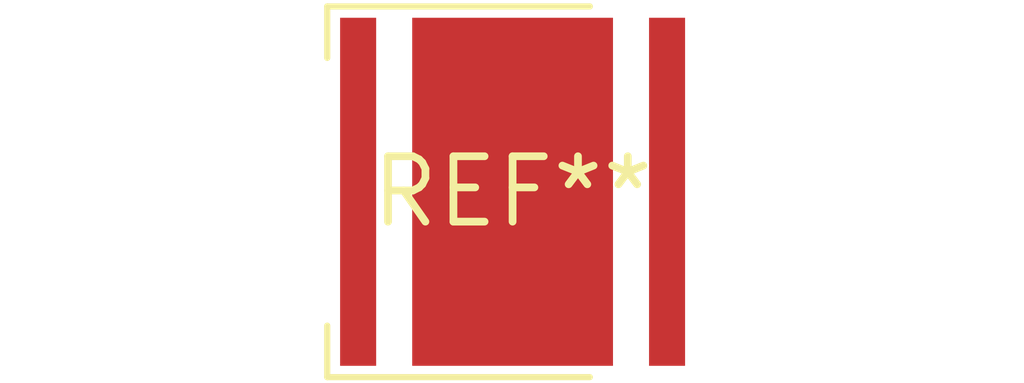
<source format=kicad_pcb>
(kicad_pcb (version 20240108) (generator pcbnew)
  (layers (0 "F.Cu" signal) (31 "B.Cu" signal) (34 "B.Paste" user) (35 "F.Paste" user) (36 "B.SilkS" user "B.Silkscreen") (37 "F.SilkS" user "F.Silkscreen") (38 "B.Mask" user) (39 "F.Mask" user) (44 "Edge.Cuts" user))
  (net 0 "")
  (footprint "LED_Cree-XHP70_6V" (layer "F.Cu") (at 0 0)
    (property "Reference" "REF**")
    (property "Value" "LED_Cree-XHP70_6V")
    (fp_line (start -3.6 -3.6) (end -3.6 -2.6) (layer "F.SilkS") (stroke (width 0.12)))
    (fp_line (start -3.6 3.6) (end -3.6 2.6) (layer "F.SilkS") (stroke (width 0.12)))
    (fp_line (start 1.5 -3.6) (end -3.6 -3.6) (layer "F.SilkS") (stroke (width 0.12)))
    (fp_line (start 1.5 3.6) (end -3.6 3.6) (layer "F.SilkS") (stroke (width 0.12)))
    (pad "1" smd rect (at -3 0) (size 0.7 6.76) (layers "F.Cu" "F.Mask"))
    (pad "2" smd rect (at 3 0) (size 0.7 6.76) (layers "F.Cu" "F.Mask"))
    (pad "3" smd rect (at 0 0) (size 3.9 6.76) (layers "F.Cu" "F.Mask"))
  )
)
</source>
